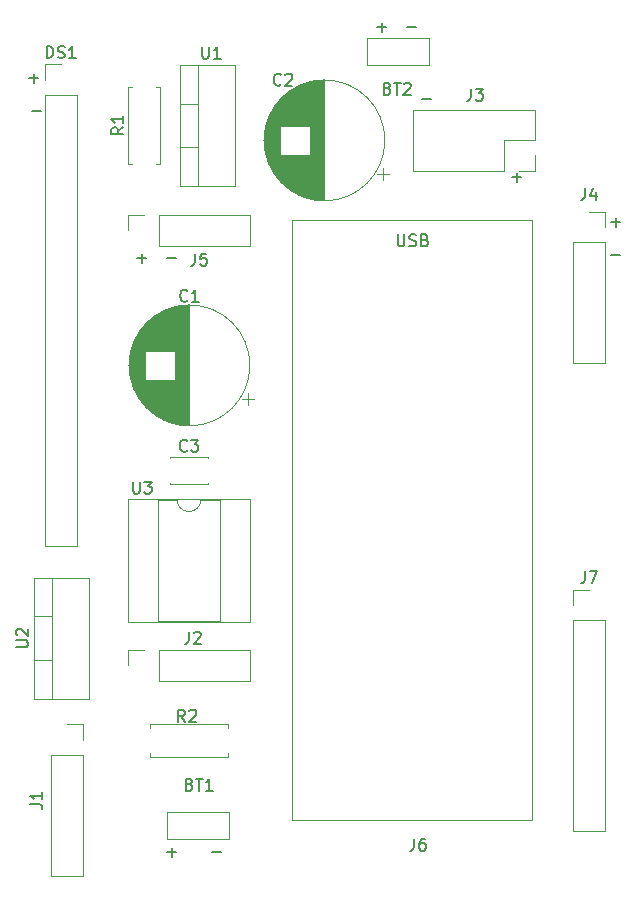
<source format=gto>
G04 #@! TF.GenerationSoftware,KiCad,Pcbnew,(5.1.6)-1*
G04 #@! TF.CreationDate,2021-07-27T20:37:59+01:00*
G04 #@! TF.ProjectId,master_controller_v1,6d617374-6572-45f6-936f-6e74726f6c6c,1.0*
G04 #@! TF.SameCoordinates,Original*
G04 #@! TF.FileFunction,Legend,Top*
G04 #@! TF.FilePolarity,Positive*
%FSLAX46Y46*%
G04 Gerber Fmt 4.6, Leading zero omitted, Abs format (unit mm)*
G04 Created by KiCad (PCBNEW (5.1.6)-1) date 2021-07-27 20:37:59*
%MOMM*%
%LPD*%
G01*
G04 APERTURE LIST*
%ADD10C,0.150000*%
%ADD11C,0.120000*%
G04 APERTURE END LIST*
D10*
X116459047Y-102687428D02*
X117220952Y-102687428D01*
X124079047Y-109291428D02*
X124840952Y-109291428D01*
X124460000Y-109672380D02*
X124460000Y-108910476D01*
X83439047Y-103703428D02*
X84200952Y-103703428D01*
X83185047Y-100909428D02*
X83946952Y-100909428D01*
X83566000Y-101290380D02*
X83566000Y-100528476D01*
X94869047Y-116149428D02*
X95630952Y-116149428D01*
X92329047Y-116149428D02*
X93090952Y-116149428D01*
X92710000Y-116530380D02*
X92710000Y-115768476D01*
X132461047Y-115895428D02*
X133222952Y-115895428D01*
X132461047Y-113101428D02*
X133222952Y-113101428D01*
X132842000Y-113482380D02*
X132842000Y-112720476D01*
X115189047Y-96591428D02*
X115950952Y-96591428D01*
X112649047Y-96591428D02*
X113410952Y-96591428D01*
X113030000Y-96972380D02*
X113030000Y-96210476D01*
X98679047Y-166441428D02*
X99440952Y-166441428D01*
X94869047Y-166441428D02*
X95630952Y-166441428D01*
X95250000Y-166822380D02*
X95250000Y-166060476D01*
D11*
X91550000Y-113806000D02*
X91550000Y-112476000D01*
X91550000Y-112476000D02*
X92880000Y-112476000D01*
X94150000Y-112476000D02*
X101830000Y-112476000D01*
X101830000Y-115136000D02*
X101830000Y-112476000D01*
X94150000Y-115136000D02*
X101830000Y-115136000D01*
X94150000Y-115136000D02*
X94150000Y-112476000D01*
X94869000Y-165227000D02*
X94869000Y-163068000D01*
X94869000Y-163068000D02*
X100076000Y-163068000D01*
X100076000Y-163068000D02*
X100076000Y-165354000D01*
X100076000Y-165354000D02*
X94869000Y-165354000D01*
X111803000Y-99709000D02*
X111803000Y-97550000D01*
X111803000Y-97550000D02*
X117010000Y-97550000D01*
X117010000Y-97550000D02*
X117010000Y-99836000D01*
X117010000Y-99836000D02*
X111803000Y-99836000D01*
X125773000Y-112917000D02*
X105453000Y-112917000D01*
X105453000Y-112917000D02*
X105453000Y-163717000D01*
X105453000Y-163717000D02*
X125773000Y-163717000D01*
X125773000Y-163717000D02*
X125773000Y-112917000D01*
X101850000Y-125236000D02*
G75*
G03*
X101850000Y-125236000I-5120000J0D01*
G01*
X96730000Y-130316000D02*
X96730000Y-120156000D01*
X96690000Y-130316000D02*
X96690000Y-120156000D01*
X96650000Y-130316000D02*
X96650000Y-120156000D01*
X96610000Y-130315000D02*
X96610000Y-120157000D01*
X96570000Y-130314000D02*
X96570000Y-120158000D01*
X96530000Y-130313000D02*
X96530000Y-120159000D01*
X96490000Y-130311000D02*
X96490000Y-120161000D01*
X96450000Y-130309000D02*
X96450000Y-120163000D01*
X96410000Y-130306000D02*
X96410000Y-120166000D01*
X96370000Y-130304000D02*
X96370000Y-120168000D01*
X96330000Y-130301000D02*
X96330000Y-120171000D01*
X96290000Y-130298000D02*
X96290000Y-120174000D01*
X96250000Y-130294000D02*
X96250000Y-120178000D01*
X96210000Y-130290000D02*
X96210000Y-120182000D01*
X96170000Y-130286000D02*
X96170000Y-120186000D01*
X96130000Y-130281000D02*
X96130000Y-120191000D01*
X96090000Y-130276000D02*
X96090000Y-120196000D01*
X96050000Y-130271000D02*
X96050000Y-120201000D01*
X96009000Y-130266000D02*
X96009000Y-120206000D01*
X95969000Y-130260000D02*
X95969000Y-120212000D01*
X95929000Y-130254000D02*
X95929000Y-120218000D01*
X95889000Y-130247000D02*
X95889000Y-120225000D01*
X95849000Y-130240000D02*
X95849000Y-120232000D01*
X95809000Y-130233000D02*
X95809000Y-120239000D01*
X95769000Y-130226000D02*
X95769000Y-120246000D01*
X95729000Y-130218000D02*
X95729000Y-120254000D01*
X95689000Y-130210000D02*
X95689000Y-120262000D01*
X95649000Y-130201000D02*
X95649000Y-120271000D01*
X95609000Y-130192000D02*
X95609000Y-120280000D01*
X95569000Y-130183000D02*
X95569000Y-120289000D01*
X95529000Y-130174000D02*
X95529000Y-120298000D01*
X95489000Y-130164000D02*
X95489000Y-120308000D01*
X95449000Y-130154000D02*
X95449000Y-126477000D01*
X95449000Y-123995000D02*
X95449000Y-120318000D01*
X95409000Y-130143000D02*
X95409000Y-126477000D01*
X95409000Y-123995000D02*
X95409000Y-120329000D01*
X95369000Y-130133000D02*
X95369000Y-126477000D01*
X95369000Y-123995000D02*
X95369000Y-120339000D01*
X95329000Y-130121000D02*
X95329000Y-126477000D01*
X95329000Y-123995000D02*
X95329000Y-120351000D01*
X95289000Y-130110000D02*
X95289000Y-126477000D01*
X95289000Y-123995000D02*
X95289000Y-120362000D01*
X95249000Y-130098000D02*
X95249000Y-126477000D01*
X95249000Y-123995000D02*
X95249000Y-120374000D01*
X95209000Y-130086000D02*
X95209000Y-126477000D01*
X95209000Y-123995000D02*
X95209000Y-120386000D01*
X95169000Y-130073000D02*
X95169000Y-126477000D01*
X95169000Y-123995000D02*
X95169000Y-120399000D01*
X95129000Y-130060000D02*
X95129000Y-126477000D01*
X95129000Y-123995000D02*
X95129000Y-120412000D01*
X95089000Y-130047000D02*
X95089000Y-126477000D01*
X95089000Y-123995000D02*
X95089000Y-120425000D01*
X95049000Y-130033000D02*
X95049000Y-126477000D01*
X95049000Y-123995000D02*
X95049000Y-120439000D01*
X95009000Y-130019000D02*
X95009000Y-126477000D01*
X95009000Y-123995000D02*
X95009000Y-120453000D01*
X94969000Y-130004000D02*
X94969000Y-126477000D01*
X94969000Y-123995000D02*
X94969000Y-120468000D01*
X94929000Y-129990000D02*
X94929000Y-126477000D01*
X94929000Y-123995000D02*
X94929000Y-120482000D01*
X94889000Y-129974000D02*
X94889000Y-126477000D01*
X94889000Y-123995000D02*
X94889000Y-120498000D01*
X94849000Y-129959000D02*
X94849000Y-126477000D01*
X94849000Y-123995000D02*
X94849000Y-120513000D01*
X94809000Y-129943000D02*
X94809000Y-126477000D01*
X94809000Y-123995000D02*
X94809000Y-120529000D01*
X94769000Y-129926000D02*
X94769000Y-126477000D01*
X94769000Y-123995000D02*
X94769000Y-120546000D01*
X94729000Y-129910000D02*
X94729000Y-126477000D01*
X94729000Y-123995000D02*
X94729000Y-120562000D01*
X94689000Y-129893000D02*
X94689000Y-126477000D01*
X94689000Y-123995000D02*
X94689000Y-120579000D01*
X94649000Y-129875000D02*
X94649000Y-126477000D01*
X94649000Y-123995000D02*
X94649000Y-120597000D01*
X94609000Y-129857000D02*
X94609000Y-126477000D01*
X94609000Y-123995000D02*
X94609000Y-120615000D01*
X94569000Y-129839000D02*
X94569000Y-126477000D01*
X94569000Y-123995000D02*
X94569000Y-120633000D01*
X94529000Y-129820000D02*
X94529000Y-126477000D01*
X94529000Y-123995000D02*
X94529000Y-120652000D01*
X94489000Y-129800000D02*
X94489000Y-126477000D01*
X94489000Y-123995000D02*
X94489000Y-120672000D01*
X94449000Y-129781000D02*
X94449000Y-126477000D01*
X94449000Y-123995000D02*
X94449000Y-120691000D01*
X94409000Y-129761000D02*
X94409000Y-126477000D01*
X94409000Y-123995000D02*
X94409000Y-120711000D01*
X94369000Y-129740000D02*
X94369000Y-126477000D01*
X94369000Y-123995000D02*
X94369000Y-120732000D01*
X94329000Y-129719000D02*
X94329000Y-126477000D01*
X94329000Y-123995000D02*
X94329000Y-120753000D01*
X94289000Y-129698000D02*
X94289000Y-126477000D01*
X94289000Y-123995000D02*
X94289000Y-120774000D01*
X94249000Y-129676000D02*
X94249000Y-126477000D01*
X94249000Y-123995000D02*
X94249000Y-120796000D01*
X94209000Y-129653000D02*
X94209000Y-126477000D01*
X94209000Y-123995000D02*
X94209000Y-120819000D01*
X94169000Y-129631000D02*
X94169000Y-126477000D01*
X94169000Y-123995000D02*
X94169000Y-120841000D01*
X94129000Y-129607000D02*
X94129000Y-126477000D01*
X94129000Y-123995000D02*
X94129000Y-120865000D01*
X94089000Y-129583000D02*
X94089000Y-126477000D01*
X94089000Y-123995000D02*
X94089000Y-120889000D01*
X94049000Y-129559000D02*
X94049000Y-126477000D01*
X94049000Y-123995000D02*
X94049000Y-120913000D01*
X94009000Y-129534000D02*
X94009000Y-126477000D01*
X94009000Y-123995000D02*
X94009000Y-120938000D01*
X93969000Y-129509000D02*
X93969000Y-126477000D01*
X93969000Y-123995000D02*
X93969000Y-120963000D01*
X93929000Y-129483000D02*
X93929000Y-126477000D01*
X93929000Y-123995000D02*
X93929000Y-120989000D01*
X93889000Y-129457000D02*
X93889000Y-126477000D01*
X93889000Y-123995000D02*
X93889000Y-121015000D01*
X93849000Y-129430000D02*
X93849000Y-126477000D01*
X93849000Y-123995000D02*
X93849000Y-121042000D01*
X93809000Y-129402000D02*
X93809000Y-126477000D01*
X93809000Y-123995000D02*
X93809000Y-121070000D01*
X93769000Y-129374000D02*
X93769000Y-126477000D01*
X93769000Y-123995000D02*
X93769000Y-121098000D01*
X93729000Y-129346000D02*
X93729000Y-126477000D01*
X93729000Y-123995000D02*
X93729000Y-121126000D01*
X93689000Y-129316000D02*
X93689000Y-126477000D01*
X93689000Y-123995000D02*
X93689000Y-121156000D01*
X93649000Y-129286000D02*
X93649000Y-126477000D01*
X93649000Y-123995000D02*
X93649000Y-121186000D01*
X93609000Y-129256000D02*
X93609000Y-126477000D01*
X93609000Y-123995000D02*
X93609000Y-121216000D01*
X93569000Y-129225000D02*
X93569000Y-126477000D01*
X93569000Y-123995000D02*
X93569000Y-121247000D01*
X93529000Y-129193000D02*
X93529000Y-126477000D01*
X93529000Y-123995000D02*
X93529000Y-121279000D01*
X93489000Y-129161000D02*
X93489000Y-126477000D01*
X93489000Y-123995000D02*
X93489000Y-121311000D01*
X93449000Y-129128000D02*
X93449000Y-126477000D01*
X93449000Y-123995000D02*
X93449000Y-121344000D01*
X93409000Y-129094000D02*
X93409000Y-126477000D01*
X93409000Y-123995000D02*
X93409000Y-121378000D01*
X93369000Y-129060000D02*
X93369000Y-126477000D01*
X93369000Y-123995000D02*
X93369000Y-121412000D01*
X93329000Y-129025000D02*
X93329000Y-126477000D01*
X93329000Y-123995000D02*
X93329000Y-121447000D01*
X93289000Y-128989000D02*
X93289000Y-126477000D01*
X93289000Y-123995000D02*
X93289000Y-121483000D01*
X93249000Y-128952000D02*
X93249000Y-126477000D01*
X93249000Y-123995000D02*
X93249000Y-121520000D01*
X93209000Y-128915000D02*
X93209000Y-126477000D01*
X93209000Y-123995000D02*
X93209000Y-121557000D01*
X93169000Y-128876000D02*
X93169000Y-126477000D01*
X93169000Y-123995000D02*
X93169000Y-121596000D01*
X93129000Y-128837000D02*
X93129000Y-126477000D01*
X93129000Y-123995000D02*
X93129000Y-121635000D01*
X93089000Y-128797000D02*
X93089000Y-126477000D01*
X93089000Y-123995000D02*
X93089000Y-121675000D01*
X93049000Y-128756000D02*
X93049000Y-126477000D01*
X93049000Y-123995000D02*
X93049000Y-121716000D01*
X93009000Y-128714000D02*
X93009000Y-126477000D01*
X93009000Y-123995000D02*
X93009000Y-121758000D01*
X92969000Y-128672000D02*
X92969000Y-121800000D01*
X92929000Y-128628000D02*
X92929000Y-121844000D01*
X92889000Y-128583000D02*
X92889000Y-121889000D01*
X92849000Y-128537000D02*
X92849000Y-121935000D01*
X92809000Y-128490000D02*
X92809000Y-121982000D01*
X92769000Y-128442000D02*
X92769000Y-122030000D01*
X92729000Y-128392000D02*
X92729000Y-122080000D01*
X92689000Y-128342000D02*
X92689000Y-122130000D01*
X92649000Y-128290000D02*
X92649000Y-122182000D01*
X92609000Y-128236000D02*
X92609000Y-122236000D01*
X92569000Y-128181000D02*
X92569000Y-122291000D01*
X92529000Y-128125000D02*
X92529000Y-122347000D01*
X92489000Y-128066000D02*
X92489000Y-122406000D01*
X92449000Y-128006000D02*
X92449000Y-122466000D01*
X92409000Y-127945000D02*
X92409000Y-122527000D01*
X92369000Y-127881000D02*
X92369000Y-122591000D01*
X92329000Y-127815000D02*
X92329000Y-122657000D01*
X92289000Y-127746000D02*
X92289000Y-122726000D01*
X92249000Y-127675000D02*
X92249000Y-122797000D01*
X92209000Y-127601000D02*
X92209000Y-122871000D01*
X92169000Y-127525000D02*
X92169000Y-122947000D01*
X92129000Y-127445000D02*
X92129000Y-123027000D01*
X92089000Y-127361000D02*
X92089000Y-123111000D01*
X92049000Y-127273000D02*
X92049000Y-123199000D01*
X92009000Y-127180000D02*
X92009000Y-123292000D01*
X91969000Y-127082000D02*
X91969000Y-123390000D01*
X91929000Y-126978000D02*
X91929000Y-123494000D01*
X91889000Y-126866000D02*
X91889000Y-123606000D01*
X91849000Y-126746000D02*
X91849000Y-123726000D01*
X91809000Y-126614000D02*
X91809000Y-123858000D01*
X91769000Y-126466000D02*
X91769000Y-124006000D01*
X91729000Y-126298000D02*
X91729000Y-124174000D01*
X91689000Y-126098000D02*
X91689000Y-124374000D01*
X91649000Y-125835000D02*
X91649000Y-124637000D01*
X102209646Y-128111000D02*
X101209646Y-128111000D01*
X101709646Y-128611000D02*
X101709646Y-127611000D01*
X113139646Y-109561000D02*
X113139646Y-108561000D01*
X113639646Y-109061000D02*
X112639646Y-109061000D01*
X103079000Y-106785000D02*
X103079000Y-105587000D01*
X103119000Y-107048000D02*
X103119000Y-105324000D01*
X103159000Y-107248000D02*
X103159000Y-105124000D01*
X103199000Y-107416000D02*
X103199000Y-104956000D01*
X103239000Y-107564000D02*
X103239000Y-104808000D01*
X103279000Y-107696000D02*
X103279000Y-104676000D01*
X103319000Y-107816000D02*
X103319000Y-104556000D01*
X103359000Y-107928000D02*
X103359000Y-104444000D01*
X103399000Y-108032000D02*
X103399000Y-104340000D01*
X103439000Y-108130000D02*
X103439000Y-104242000D01*
X103479000Y-108223000D02*
X103479000Y-104149000D01*
X103519000Y-108311000D02*
X103519000Y-104061000D01*
X103559000Y-108395000D02*
X103559000Y-103977000D01*
X103599000Y-108475000D02*
X103599000Y-103897000D01*
X103639000Y-108551000D02*
X103639000Y-103821000D01*
X103679000Y-108625000D02*
X103679000Y-103747000D01*
X103719000Y-108696000D02*
X103719000Y-103676000D01*
X103759000Y-108765000D02*
X103759000Y-103607000D01*
X103799000Y-108831000D02*
X103799000Y-103541000D01*
X103839000Y-108895000D02*
X103839000Y-103477000D01*
X103879000Y-108956000D02*
X103879000Y-103416000D01*
X103919000Y-109016000D02*
X103919000Y-103356000D01*
X103959000Y-109075000D02*
X103959000Y-103297000D01*
X103999000Y-109131000D02*
X103999000Y-103241000D01*
X104039000Y-109186000D02*
X104039000Y-103186000D01*
X104079000Y-109240000D02*
X104079000Y-103132000D01*
X104119000Y-109292000D02*
X104119000Y-103080000D01*
X104159000Y-109342000D02*
X104159000Y-103030000D01*
X104199000Y-109392000D02*
X104199000Y-102980000D01*
X104239000Y-109440000D02*
X104239000Y-102932000D01*
X104279000Y-109487000D02*
X104279000Y-102885000D01*
X104319000Y-109533000D02*
X104319000Y-102839000D01*
X104359000Y-109578000D02*
X104359000Y-102794000D01*
X104399000Y-109622000D02*
X104399000Y-102750000D01*
X104439000Y-104945000D02*
X104439000Y-102708000D01*
X104439000Y-109664000D02*
X104439000Y-107427000D01*
X104479000Y-104945000D02*
X104479000Y-102666000D01*
X104479000Y-109706000D02*
X104479000Y-107427000D01*
X104519000Y-104945000D02*
X104519000Y-102625000D01*
X104519000Y-109747000D02*
X104519000Y-107427000D01*
X104559000Y-104945000D02*
X104559000Y-102585000D01*
X104559000Y-109787000D02*
X104559000Y-107427000D01*
X104599000Y-104945000D02*
X104599000Y-102546000D01*
X104599000Y-109826000D02*
X104599000Y-107427000D01*
X104639000Y-104945000D02*
X104639000Y-102507000D01*
X104639000Y-109865000D02*
X104639000Y-107427000D01*
X104679000Y-104945000D02*
X104679000Y-102470000D01*
X104679000Y-109902000D02*
X104679000Y-107427000D01*
X104719000Y-104945000D02*
X104719000Y-102433000D01*
X104719000Y-109939000D02*
X104719000Y-107427000D01*
X104759000Y-104945000D02*
X104759000Y-102397000D01*
X104759000Y-109975000D02*
X104759000Y-107427000D01*
X104799000Y-104945000D02*
X104799000Y-102362000D01*
X104799000Y-110010000D02*
X104799000Y-107427000D01*
X104839000Y-104945000D02*
X104839000Y-102328000D01*
X104839000Y-110044000D02*
X104839000Y-107427000D01*
X104879000Y-104945000D02*
X104879000Y-102294000D01*
X104879000Y-110078000D02*
X104879000Y-107427000D01*
X104919000Y-104945000D02*
X104919000Y-102261000D01*
X104919000Y-110111000D02*
X104919000Y-107427000D01*
X104959000Y-104945000D02*
X104959000Y-102229000D01*
X104959000Y-110143000D02*
X104959000Y-107427000D01*
X104999000Y-104945000D02*
X104999000Y-102197000D01*
X104999000Y-110175000D02*
X104999000Y-107427000D01*
X105039000Y-104945000D02*
X105039000Y-102166000D01*
X105039000Y-110206000D02*
X105039000Y-107427000D01*
X105079000Y-104945000D02*
X105079000Y-102136000D01*
X105079000Y-110236000D02*
X105079000Y-107427000D01*
X105119000Y-104945000D02*
X105119000Y-102106000D01*
X105119000Y-110266000D02*
X105119000Y-107427000D01*
X105159000Y-104945000D02*
X105159000Y-102076000D01*
X105159000Y-110296000D02*
X105159000Y-107427000D01*
X105199000Y-104945000D02*
X105199000Y-102048000D01*
X105199000Y-110324000D02*
X105199000Y-107427000D01*
X105239000Y-104945000D02*
X105239000Y-102020000D01*
X105239000Y-110352000D02*
X105239000Y-107427000D01*
X105279000Y-104945000D02*
X105279000Y-101992000D01*
X105279000Y-110380000D02*
X105279000Y-107427000D01*
X105319000Y-104945000D02*
X105319000Y-101965000D01*
X105319000Y-110407000D02*
X105319000Y-107427000D01*
X105359000Y-104945000D02*
X105359000Y-101939000D01*
X105359000Y-110433000D02*
X105359000Y-107427000D01*
X105399000Y-104945000D02*
X105399000Y-101913000D01*
X105399000Y-110459000D02*
X105399000Y-107427000D01*
X105439000Y-104945000D02*
X105439000Y-101888000D01*
X105439000Y-110484000D02*
X105439000Y-107427000D01*
X105479000Y-104945000D02*
X105479000Y-101863000D01*
X105479000Y-110509000D02*
X105479000Y-107427000D01*
X105519000Y-104945000D02*
X105519000Y-101839000D01*
X105519000Y-110533000D02*
X105519000Y-107427000D01*
X105559000Y-104945000D02*
X105559000Y-101815000D01*
X105559000Y-110557000D02*
X105559000Y-107427000D01*
X105599000Y-104945000D02*
X105599000Y-101791000D01*
X105599000Y-110581000D02*
X105599000Y-107427000D01*
X105639000Y-104945000D02*
X105639000Y-101769000D01*
X105639000Y-110603000D02*
X105639000Y-107427000D01*
X105679000Y-104945000D02*
X105679000Y-101746000D01*
X105679000Y-110626000D02*
X105679000Y-107427000D01*
X105719000Y-104945000D02*
X105719000Y-101724000D01*
X105719000Y-110648000D02*
X105719000Y-107427000D01*
X105759000Y-104945000D02*
X105759000Y-101703000D01*
X105759000Y-110669000D02*
X105759000Y-107427000D01*
X105799000Y-104945000D02*
X105799000Y-101682000D01*
X105799000Y-110690000D02*
X105799000Y-107427000D01*
X105839000Y-104945000D02*
X105839000Y-101661000D01*
X105839000Y-110711000D02*
X105839000Y-107427000D01*
X105879000Y-104945000D02*
X105879000Y-101641000D01*
X105879000Y-110731000D02*
X105879000Y-107427000D01*
X105919000Y-104945000D02*
X105919000Y-101622000D01*
X105919000Y-110750000D02*
X105919000Y-107427000D01*
X105959000Y-104945000D02*
X105959000Y-101602000D01*
X105959000Y-110770000D02*
X105959000Y-107427000D01*
X105999000Y-104945000D02*
X105999000Y-101583000D01*
X105999000Y-110789000D02*
X105999000Y-107427000D01*
X106039000Y-104945000D02*
X106039000Y-101565000D01*
X106039000Y-110807000D02*
X106039000Y-107427000D01*
X106079000Y-104945000D02*
X106079000Y-101547000D01*
X106079000Y-110825000D02*
X106079000Y-107427000D01*
X106119000Y-104945000D02*
X106119000Y-101529000D01*
X106119000Y-110843000D02*
X106119000Y-107427000D01*
X106159000Y-104945000D02*
X106159000Y-101512000D01*
X106159000Y-110860000D02*
X106159000Y-107427000D01*
X106199000Y-104945000D02*
X106199000Y-101496000D01*
X106199000Y-110876000D02*
X106199000Y-107427000D01*
X106239000Y-104945000D02*
X106239000Y-101479000D01*
X106239000Y-110893000D02*
X106239000Y-107427000D01*
X106279000Y-104945000D02*
X106279000Y-101463000D01*
X106279000Y-110909000D02*
X106279000Y-107427000D01*
X106319000Y-104945000D02*
X106319000Y-101448000D01*
X106319000Y-110924000D02*
X106319000Y-107427000D01*
X106359000Y-104945000D02*
X106359000Y-101432000D01*
X106359000Y-110940000D02*
X106359000Y-107427000D01*
X106399000Y-104945000D02*
X106399000Y-101418000D01*
X106399000Y-110954000D02*
X106399000Y-107427000D01*
X106439000Y-104945000D02*
X106439000Y-101403000D01*
X106439000Y-110969000D02*
X106439000Y-107427000D01*
X106479000Y-104945000D02*
X106479000Y-101389000D01*
X106479000Y-110983000D02*
X106479000Y-107427000D01*
X106519000Y-104945000D02*
X106519000Y-101375000D01*
X106519000Y-110997000D02*
X106519000Y-107427000D01*
X106559000Y-104945000D02*
X106559000Y-101362000D01*
X106559000Y-111010000D02*
X106559000Y-107427000D01*
X106599000Y-104945000D02*
X106599000Y-101349000D01*
X106599000Y-111023000D02*
X106599000Y-107427000D01*
X106639000Y-104945000D02*
X106639000Y-101336000D01*
X106639000Y-111036000D02*
X106639000Y-107427000D01*
X106679000Y-104945000D02*
X106679000Y-101324000D01*
X106679000Y-111048000D02*
X106679000Y-107427000D01*
X106719000Y-104945000D02*
X106719000Y-101312000D01*
X106719000Y-111060000D02*
X106719000Y-107427000D01*
X106759000Y-104945000D02*
X106759000Y-101301000D01*
X106759000Y-111071000D02*
X106759000Y-107427000D01*
X106799000Y-104945000D02*
X106799000Y-101289000D01*
X106799000Y-111083000D02*
X106799000Y-107427000D01*
X106839000Y-104945000D02*
X106839000Y-101279000D01*
X106839000Y-111093000D02*
X106839000Y-107427000D01*
X106879000Y-104945000D02*
X106879000Y-101268000D01*
X106879000Y-111104000D02*
X106879000Y-107427000D01*
X106919000Y-111114000D02*
X106919000Y-101258000D01*
X106959000Y-111124000D02*
X106959000Y-101248000D01*
X106999000Y-111133000D02*
X106999000Y-101239000D01*
X107039000Y-111142000D02*
X107039000Y-101230000D01*
X107079000Y-111151000D02*
X107079000Y-101221000D01*
X107119000Y-111160000D02*
X107119000Y-101212000D01*
X107159000Y-111168000D02*
X107159000Y-101204000D01*
X107199000Y-111176000D02*
X107199000Y-101196000D01*
X107239000Y-111183000D02*
X107239000Y-101189000D01*
X107279000Y-111190000D02*
X107279000Y-101182000D01*
X107319000Y-111197000D02*
X107319000Y-101175000D01*
X107359000Y-111204000D02*
X107359000Y-101168000D01*
X107399000Y-111210000D02*
X107399000Y-101162000D01*
X107439000Y-111216000D02*
X107439000Y-101156000D01*
X107480000Y-111221000D02*
X107480000Y-101151000D01*
X107520000Y-111226000D02*
X107520000Y-101146000D01*
X107560000Y-111231000D02*
X107560000Y-101141000D01*
X107600000Y-111236000D02*
X107600000Y-101136000D01*
X107640000Y-111240000D02*
X107640000Y-101132000D01*
X107680000Y-111244000D02*
X107680000Y-101128000D01*
X107720000Y-111248000D02*
X107720000Y-101124000D01*
X107760000Y-111251000D02*
X107760000Y-101121000D01*
X107800000Y-111254000D02*
X107800000Y-101118000D01*
X107840000Y-111256000D02*
X107840000Y-101116000D01*
X107880000Y-111259000D02*
X107880000Y-101113000D01*
X107920000Y-111261000D02*
X107920000Y-101111000D01*
X107960000Y-111263000D02*
X107960000Y-101109000D01*
X108000000Y-111264000D02*
X108000000Y-101108000D01*
X108040000Y-111265000D02*
X108040000Y-101107000D01*
X108080000Y-111266000D02*
X108080000Y-101106000D01*
X108120000Y-111266000D02*
X108120000Y-101106000D01*
X108160000Y-111266000D02*
X108160000Y-101106000D01*
X113280000Y-106186000D02*
G75*
G03*
X113280000Y-106186000I-5120000J0D01*
G01*
X84522000Y-99762000D02*
X85852000Y-99762000D01*
X84522000Y-101092000D02*
X84522000Y-99762000D01*
X84522000Y-102362000D02*
X87182000Y-102362000D01*
X87182000Y-102362000D02*
X87182000Y-140522000D01*
X84522000Y-102362000D02*
X84522000Y-140522000D01*
X84522000Y-140522000D02*
X87182000Y-140522000D01*
X86360000Y-155642000D02*
X87690000Y-155642000D01*
X87690000Y-155642000D02*
X87690000Y-156972000D01*
X87690000Y-158242000D02*
X87690000Y-168462000D01*
X85030000Y-168462000D02*
X87690000Y-168462000D01*
X85030000Y-158242000D02*
X85030000Y-168462000D01*
X85030000Y-158242000D02*
X87690000Y-158242000D01*
X91550000Y-150636000D02*
X91550000Y-149306000D01*
X91550000Y-149306000D02*
X92880000Y-149306000D01*
X94150000Y-149306000D02*
X101830000Y-149306000D01*
X101830000Y-151966000D02*
X101830000Y-149306000D01*
X94150000Y-151966000D02*
X101830000Y-151966000D01*
X94150000Y-151966000D02*
X94150000Y-149306000D01*
X125960000Y-103586000D02*
X125960000Y-106186000D01*
X125960000Y-103586000D02*
X115680000Y-103586000D01*
X115680000Y-103586000D02*
X115680000Y-108786000D01*
X123360000Y-108786000D02*
X115680000Y-108786000D01*
X123360000Y-106186000D02*
X123360000Y-108786000D01*
X125960000Y-106186000D02*
X123360000Y-106186000D01*
X125960000Y-108786000D02*
X124630000Y-108786000D01*
X125960000Y-107456000D02*
X125960000Y-108786000D01*
X129226000Y-144226000D02*
X130556000Y-144226000D01*
X129226000Y-145556000D02*
X129226000Y-144226000D01*
X129226000Y-146826000D02*
X131886000Y-146826000D01*
X131886000Y-146826000D02*
X131886000Y-164666000D01*
X129226000Y-146826000D02*
X129226000Y-164666000D01*
X129226000Y-164666000D02*
X131886000Y-164666000D01*
X94250000Y-101646000D02*
X93920000Y-101646000D01*
X94250000Y-108186000D02*
X94250000Y-101646000D01*
X93920000Y-108186000D02*
X94250000Y-108186000D01*
X91510000Y-101646000D02*
X91840000Y-101646000D01*
X91510000Y-108186000D02*
X91510000Y-101646000D01*
X91840000Y-108186000D02*
X91510000Y-108186000D01*
X95960000Y-103065000D02*
X97470000Y-103065000D01*
X95960000Y-106766000D02*
X97470000Y-106766000D01*
X97470000Y-110036000D02*
X97470000Y-99796000D01*
X95960000Y-99796000D02*
X100601000Y-99796000D01*
X95960000Y-110036000D02*
X100601000Y-110036000D01*
X100601000Y-110036000D02*
X100601000Y-99796000D01*
X95960000Y-110036000D02*
X95960000Y-99796000D01*
X83598000Y-153456000D02*
X83598000Y-143216000D01*
X88239000Y-153456000D02*
X88239000Y-143216000D01*
X83598000Y-153456000D02*
X88239000Y-153456000D01*
X83598000Y-143216000D02*
X88239000Y-143216000D01*
X85108000Y-153456000D02*
X85108000Y-143216000D01*
X83598000Y-150186000D02*
X85108000Y-150186000D01*
X83598000Y-146485000D02*
X85108000Y-146485000D01*
X101830000Y-136546000D02*
X91550000Y-136546000D01*
X101830000Y-146946000D02*
X101830000Y-136546000D01*
X91550000Y-146946000D02*
X101830000Y-146946000D01*
X91550000Y-136546000D02*
X91550000Y-146946000D01*
X99340000Y-136606000D02*
X97690000Y-136606000D01*
X99340000Y-146886000D02*
X99340000Y-136606000D01*
X94040000Y-146886000D02*
X99340000Y-146886000D01*
X94040000Y-136606000D02*
X94040000Y-146886000D01*
X95690000Y-136606000D02*
X94040000Y-136606000D01*
X97690000Y-136606000D02*
G75*
G02*
X95690000Y-136606000I-1000000J0D01*
G01*
X99960000Y-158026000D02*
X99960000Y-158356000D01*
X99960000Y-158356000D02*
X93420000Y-158356000D01*
X93420000Y-158356000D02*
X93420000Y-158026000D01*
X99960000Y-155946000D02*
X99960000Y-155616000D01*
X99960000Y-155616000D02*
X93420000Y-155616000D01*
X93420000Y-155616000D02*
X93420000Y-155946000D01*
X98330000Y-135246000D02*
X95090000Y-135246000D01*
X98330000Y-133006000D02*
X95090000Y-133006000D01*
X98330000Y-135246000D02*
X98330000Y-135181000D01*
X98330000Y-133071000D02*
X98330000Y-133006000D01*
X95090000Y-135246000D02*
X95090000Y-135181000D01*
X95090000Y-133071000D02*
X95090000Y-133006000D01*
X130556000Y-112222000D02*
X131886000Y-112222000D01*
X131886000Y-112222000D02*
X131886000Y-113552000D01*
X131886000Y-114822000D02*
X131886000Y-125042000D01*
X129226000Y-125042000D02*
X131886000Y-125042000D01*
X129226000Y-114822000D02*
X129226000Y-125042000D01*
X129226000Y-114822000D02*
X131886000Y-114822000D01*
D10*
X97202666Y-115784380D02*
X97202666Y-116498666D01*
X97155047Y-116641523D01*
X97059809Y-116736761D01*
X96916952Y-116784380D01*
X96821714Y-116784380D01*
X98155047Y-115784380D02*
X97678857Y-115784380D01*
X97631238Y-116260571D01*
X97678857Y-116212952D01*
X97774095Y-116165333D01*
X98012190Y-116165333D01*
X98107428Y-116212952D01*
X98155047Y-116260571D01*
X98202666Y-116355809D01*
X98202666Y-116593904D01*
X98155047Y-116689142D01*
X98107428Y-116736761D01*
X98012190Y-116784380D01*
X97774095Y-116784380D01*
X97678857Y-116736761D01*
X97631238Y-116689142D01*
X96750285Y-160710571D02*
X96893142Y-160758190D01*
X96940761Y-160805809D01*
X96988380Y-160901047D01*
X96988380Y-161043904D01*
X96940761Y-161139142D01*
X96893142Y-161186761D01*
X96797904Y-161234380D01*
X96416952Y-161234380D01*
X96416952Y-160234380D01*
X96750285Y-160234380D01*
X96845523Y-160282000D01*
X96893142Y-160329619D01*
X96940761Y-160424857D01*
X96940761Y-160520095D01*
X96893142Y-160615333D01*
X96845523Y-160662952D01*
X96750285Y-160710571D01*
X96416952Y-160710571D01*
X97274095Y-160234380D02*
X97845523Y-160234380D01*
X97559809Y-161234380D02*
X97559809Y-160234380D01*
X98702666Y-161234380D02*
X98131238Y-161234380D01*
X98416952Y-161234380D02*
X98416952Y-160234380D01*
X98321714Y-160377238D01*
X98226476Y-160472476D01*
X98131238Y-160520095D01*
X113514285Y-101782571D02*
X113657142Y-101830190D01*
X113704761Y-101877809D01*
X113752380Y-101973047D01*
X113752380Y-102115904D01*
X113704761Y-102211142D01*
X113657142Y-102258761D01*
X113561904Y-102306380D01*
X113180952Y-102306380D01*
X113180952Y-101306380D01*
X113514285Y-101306380D01*
X113609523Y-101354000D01*
X113657142Y-101401619D01*
X113704761Y-101496857D01*
X113704761Y-101592095D01*
X113657142Y-101687333D01*
X113609523Y-101734952D01*
X113514285Y-101782571D01*
X113180952Y-101782571D01*
X114038095Y-101306380D02*
X114609523Y-101306380D01*
X114323809Y-102306380D02*
X114323809Y-101306380D01*
X114895238Y-101401619D02*
X114942857Y-101354000D01*
X115038095Y-101306380D01*
X115276190Y-101306380D01*
X115371428Y-101354000D01*
X115419047Y-101401619D01*
X115466666Y-101496857D01*
X115466666Y-101592095D01*
X115419047Y-101734952D01*
X114847619Y-102306380D01*
X115466666Y-102306380D01*
X115744666Y-165314380D02*
X115744666Y-166028666D01*
X115697047Y-166171523D01*
X115601809Y-166266761D01*
X115458952Y-166314380D01*
X115363714Y-166314380D01*
X116649428Y-165314380D02*
X116458952Y-165314380D01*
X116363714Y-165362000D01*
X116316095Y-165409619D01*
X116220857Y-165552476D01*
X116173238Y-165742952D01*
X116173238Y-166123904D01*
X116220857Y-166219142D01*
X116268476Y-166266761D01*
X116363714Y-166314380D01*
X116554190Y-166314380D01*
X116649428Y-166266761D01*
X116697047Y-166219142D01*
X116744666Y-166123904D01*
X116744666Y-165885809D01*
X116697047Y-165790571D01*
X116649428Y-165742952D01*
X116554190Y-165695333D01*
X116363714Y-165695333D01*
X116268476Y-165742952D01*
X116220857Y-165790571D01*
X116173238Y-165885809D01*
X114351095Y-114147380D02*
X114351095Y-114956904D01*
X114398714Y-115052142D01*
X114446333Y-115099761D01*
X114541571Y-115147380D01*
X114732047Y-115147380D01*
X114827285Y-115099761D01*
X114874904Y-115052142D01*
X114922523Y-114956904D01*
X114922523Y-114147380D01*
X115351095Y-115099761D02*
X115493952Y-115147380D01*
X115732047Y-115147380D01*
X115827285Y-115099761D01*
X115874904Y-115052142D01*
X115922523Y-114956904D01*
X115922523Y-114861666D01*
X115874904Y-114766428D01*
X115827285Y-114718809D01*
X115732047Y-114671190D01*
X115541571Y-114623571D01*
X115446333Y-114575952D01*
X115398714Y-114528333D01*
X115351095Y-114433095D01*
X115351095Y-114337857D01*
X115398714Y-114242619D01*
X115446333Y-114195000D01*
X115541571Y-114147380D01*
X115779666Y-114147380D01*
X115922523Y-114195000D01*
X116684428Y-114623571D02*
X116827285Y-114671190D01*
X116874904Y-114718809D01*
X116922523Y-114814047D01*
X116922523Y-114956904D01*
X116874904Y-115052142D01*
X116827285Y-115099761D01*
X116732047Y-115147380D01*
X116351095Y-115147380D01*
X116351095Y-114147380D01*
X116684428Y-114147380D01*
X116779666Y-114195000D01*
X116827285Y-114242619D01*
X116874904Y-114337857D01*
X116874904Y-114433095D01*
X116827285Y-114528333D01*
X116779666Y-114575952D01*
X116684428Y-114623571D01*
X116351095Y-114623571D01*
X96563333Y-119737142D02*
X96515714Y-119784761D01*
X96372857Y-119832380D01*
X96277619Y-119832380D01*
X96134761Y-119784761D01*
X96039523Y-119689523D01*
X95991904Y-119594285D01*
X95944285Y-119403809D01*
X95944285Y-119260952D01*
X95991904Y-119070476D01*
X96039523Y-118975238D01*
X96134761Y-118880000D01*
X96277619Y-118832380D01*
X96372857Y-118832380D01*
X96515714Y-118880000D01*
X96563333Y-118927619D01*
X97515714Y-119832380D02*
X96944285Y-119832380D01*
X97230000Y-119832380D02*
X97230000Y-118832380D01*
X97134761Y-118975238D01*
X97039523Y-119070476D01*
X96944285Y-119118095D01*
X104481333Y-101449142D02*
X104433714Y-101496761D01*
X104290857Y-101544380D01*
X104195619Y-101544380D01*
X104052761Y-101496761D01*
X103957523Y-101401523D01*
X103909904Y-101306285D01*
X103862285Y-101115809D01*
X103862285Y-100972952D01*
X103909904Y-100782476D01*
X103957523Y-100687238D01*
X104052761Y-100592000D01*
X104195619Y-100544380D01*
X104290857Y-100544380D01*
X104433714Y-100592000D01*
X104481333Y-100639619D01*
X104862285Y-100639619D02*
X104909904Y-100592000D01*
X105005142Y-100544380D01*
X105243238Y-100544380D01*
X105338476Y-100592000D01*
X105386095Y-100639619D01*
X105433714Y-100734857D01*
X105433714Y-100830095D01*
X105386095Y-100972952D01*
X104814666Y-101544380D01*
X105433714Y-101544380D01*
X84637714Y-99214380D02*
X84637714Y-98214380D01*
X84875809Y-98214380D01*
X85018666Y-98262000D01*
X85113904Y-98357238D01*
X85161523Y-98452476D01*
X85209142Y-98642952D01*
X85209142Y-98785809D01*
X85161523Y-98976285D01*
X85113904Y-99071523D01*
X85018666Y-99166761D01*
X84875809Y-99214380D01*
X84637714Y-99214380D01*
X85590095Y-99166761D02*
X85732952Y-99214380D01*
X85971047Y-99214380D01*
X86066285Y-99166761D01*
X86113904Y-99119142D01*
X86161523Y-99023904D01*
X86161523Y-98928666D01*
X86113904Y-98833428D01*
X86066285Y-98785809D01*
X85971047Y-98738190D01*
X85780571Y-98690571D01*
X85685333Y-98642952D01*
X85637714Y-98595333D01*
X85590095Y-98500095D01*
X85590095Y-98404857D01*
X85637714Y-98309619D01*
X85685333Y-98262000D01*
X85780571Y-98214380D01*
X86018666Y-98214380D01*
X86161523Y-98262000D01*
X87113904Y-99214380D02*
X86542476Y-99214380D01*
X86828190Y-99214380D02*
X86828190Y-98214380D01*
X86732952Y-98357238D01*
X86637714Y-98452476D01*
X86542476Y-98500095D01*
X83272380Y-162385333D02*
X83986666Y-162385333D01*
X84129523Y-162432952D01*
X84224761Y-162528190D01*
X84272380Y-162671047D01*
X84272380Y-162766285D01*
X84272380Y-161385333D02*
X84272380Y-161956761D01*
X84272380Y-161671047D02*
X83272380Y-161671047D01*
X83415238Y-161766285D01*
X83510476Y-161861523D01*
X83558095Y-161956761D01*
X96694666Y-147788380D02*
X96694666Y-148502666D01*
X96647047Y-148645523D01*
X96551809Y-148740761D01*
X96408952Y-148788380D01*
X96313714Y-148788380D01*
X97123238Y-147883619D02*
X97170857Y-147836000D01*
X97266095Y-147788380D01*
X97504190Y-147788380D01*
X97599428Y-147836000D01*
X97647047Y-147883619D01*
X97694666Y-147978857D01*
X97694666Y-148074095D01*
X97647047Y-148216952D01*
X97075619Y-148788380D01*
X97694666Y-148788380D01*
X120570666Y-101814380D02*
X120570666Y-102528666D01*
X120523047Y-102671523D01*
X120427809Y-102766761D01*
X120284952Y-102814380D01*
X120189714Y-102814380D01*
X120951619Y-101814380D02*
X121570666Y-101814380D01*
X121237333Y-102195333D01*
X121380190Y-102195333D01*
X121475428Y-102242952D01*
X121523047Y-102290571D01*
X121570666Y-102385809D01*
X121570666Y-102623904D01*
X121523047Y-102719142D01*
X121475428Y-102766761D01*
X121380190Y-102814380D01*
X121094476Y-102814380D01*
X120999238Y-102766761D01*
X120951619Y-102719142D01*
X130222666Y-142678380D02*
X130222666Y-143392666D01*
X130175047Y-143535523D01*
X130079809Y-143630761D01*
X129936952Y-143678380D01*
X129841714Y-143678380D01*
X130603619Y-142678380D02*
X131270285Y-142678380D01*
X130841714Y-143678380D01*
X91130380Y-105082666D02*
X90654190Y-105416000D01*
X91130380Y-105654095D02*
X90130380Y-105654095D01*
X90130380Y-105273142D01*
X90178000Y-105177904D01*
X90225619Y-105130285D01*
X90320857Y-105082666D01*
X90463714Y-105082666D01*
X90558952Y-105130285D01*
X90606571Y-105177904D01*
X90654190Y-105273142D01*
X90654190Y-105654095D01*
X91130380Y-104130285D02*
X91130380Y-104701714D01*
X91130380Y-104416000D02*
X90130380Y-104416000D01*
X90273238Y-104511238D01*
X90368476Y-104606476D01*
X90416095Y-104701714D01*
X97790095Y-98258380D02*
X97790095Y-99067904D01*
X97837714Y-99163142D01*
X97885333Y-99210761D01*
X97980571Y-99258380D01*
X98171047Y-99258380D01*
X98266285Y-99210761D01*
X98313904Y-99163142D01*
X98361523Y-99067904D01*
X98361523Y-98258380D01*
X99361523Y-99258380D02*
X98790095Y-99258380D01*
X99075809Y-99258380D02*
X99075809Y-98258380D01*
X98980571Y-98401238D01*
X98885333Y-98496476D01*
X98790095Y-98544095D01*
X82050380Y-149097904D02*
X82859904Y-149097904D01*
X82955142Y-149050285D01*
X83002761Y-149002666D01*
X83050380Y-148907428D01*
X83050380Y-148716952D01*
X83002761Y-148621714D01*
X82955142Y-148574095D01*
X82859904Y-148526476D01*
X82050380Y-148526476D01*
X82145619Y-148097904D02*
X82098000Y-148050285D01*
X82050380Y-147955047D01*
X82050380Y-147716952D01*
X82098000Y-147621714D01*
X82145619Y-147574095D01*
X82240857Y-147526476D01*
X82336095Y-147526476D01*
X82478952Y-147574095D01*
X83050380Y-148145523D01*
X83050380Y-147526476D01*
X91948095Y-135088380D02*
X91948095Y-135897904D01*
X91995714Y-135993142D01*
X92043333Y-136040761D01*
X92138571Y-136088380D01*
X92329047Y-136088380D01*
X92424285Y-136040761D01*
X92471904Y-135993142D01*
X92519523Y-135897904D01*
X92519523Y-135088380D01*
X92900476Y-135088380D02*
X93519523Y-135088380D01*
X93186190Y-135469333D01*
X93329047Y-135469333D01*
X93424285Y-135516952D01*
X93471904Y-135564571D01*
X93519523Y-135659809D01*
X93519523Y-135897904D01*
X93471904Y-135993142D01*
X93424285Y-136040761D01*
X93329047Y-136088380D01*
X93043333Y-136088380D01*
X92948095Y-136040761D01*
X92900476Y-135993142D01*
X96353333Y-155392380D02*
X96020000Y-154916190D01*
X95781904Y-155392380D02*
X95781904Y-154392380D01*
X96162857Y-154392380D01*
X96258095Y-154440000D01*
X96305714Y-154487619D01*
X96353333Y-154582857D01*
X96353333Y-154725714D01*
X96305714Y-154820952D01*
X96258095Y-154868571D01*
X96162857Y-154916190D01*
X95781904Y-154916190D01*
X96734285Y-154487619D02*
X96781904Y-154440000D01*
X96877142Y-154392380D01*
X97115238Y-154392380D01*
X97210476Y-154440000D01*
X97258095Y-154487619D01*
X97305714Y-154582857D01*
X97305714Y-154678095D01*
X97258095Y-154820952D01*
X96686666Y-155392380D01*
X97305714Y-155392380D01*
X96543333Y-132437142D02*
X96495714Y-132484761D01*
X96352857Y-132532380D01*
X96257619Y-132532380D01*
X96114761Y-132484761D01*
X96019523Y-132389523D01*
X95971904Y-132294285D01*
X95924285Y-132103809D01*
X95924285Y-131960952D01*
X95971904Y-131770476D01*
X96019523Y-131675238D01*
X96114761Y-131580000D01*
X96257619Y-131532380D01*
X96352857Y-131532380D01*
X96495714Y-131580000D01*
X96543333Y-131627619D01*
X96876666Y-131532380D02*
X97495714Y-131532380D01*
X97162380Y-131913333D01*
X97305238Y-131913333D01*
X97400476Y-131960952D01*
X97448095Y-132008571D01*
X97495714Y-132103809D01*
X97495714Y-132341904D01*
X97448095Y-132437142D01*
X97400476Y-132484761D01*
X97305238Y-132532380D01*
X97019523Y-132532380D01*
X96924285Y-132484761D01*
X96876666Y-132437142D01*
X130222666Y-110234380D02*
X130222666Y-110948666D01*
X130175047Y-111091523D01*
X130079809Y-111186761D01*
X129936952Y-111234380D01*
X129841714Y-111234380D01*
X131127428Y-110567714D02*
X131127428Y-111234380D01*
X130889333Y-110186761D02*
X130651238Y-110901047D01*
X131270285Y-110901047D01*
M02*

</source>
